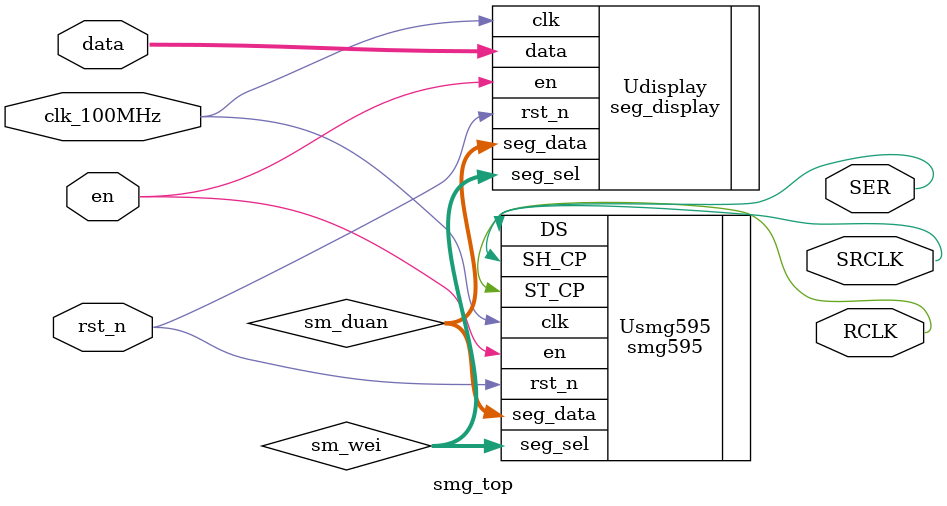
<source format=v>
    module smg_top(
    input clk_100MHz,
    input en,
    input rst_n,
    input[31:0]data,
    output RCLK,
    output SRCLK,
    output SER
    
        );
wire [7:0] sm_wei;
wire [7:0] sm_duan;
//reg  [31:0]data=32'h12345678;
reg clk;
always @(posedge clk_100MHz)
clk=~clk;
smg595 Usmg595
    (
.clk(clk_100MHz)                 , //Ê±ÖÓ£¬50Mhz
.rst_n(rst_n)               , //¸´Î»£¬µÍµçÆ½ÓÐÐ§
.en(en)                 , //ÊýÂë¹ÜÊ¹ÄÜÐÅºÅ
.seg_sel(sm_wei)             , //ÊýÂë¹ÜÎ»Ñ¡
.seg_data(sm_duan)            , //ÊýÂë¹Ü¶ÎÑ¡
.ST_CP(RCLK)               , //´æ´¢¼Ä´æÆ÷Ê±ÖÓÊä³ö
.SH_CP(SRCLK)               , //ÒÆÎ»¼Ä´æÆ÷Ê±ÖÓÊä³ö
.DS(SER)                    //´®ÐÐÊý¾ÝÊäÈë
    );   
/*smg U1(
     .clk(clk_100MHz),
      .data(data),
      .sm_wei(sm_wei),
      .sm_duan(sm_duan)
        );
        */
seg_display Udisplay
        //---------------------<¶Ë¿ÚÉùÃ÷>---------------------------------------
        (
      .clk(clk_100MHz)                 , //Ê±ÖÓ£¬50Mhz
      .rst_n (rst_n)              , //¸´Î»£¬µÍµçÆ½ÓÐÐ§
      .en(en)                  , //ÊýÂë¹ÜÏÔÊ¾Ê¹ÄÜ
      .data(data)                , //ÊäÈëÊý¾Ý
     .seg_sel(sm_wei)             , //ÊýÂë¹ÜÎ»Ñ¡
     .seg_data(sm_duan)              //ÊýÂë¹Ü¶ÎÑ¡£¬¼´ÄÚÈÝÏÔÊ¾
        );
endmodule
</source>
